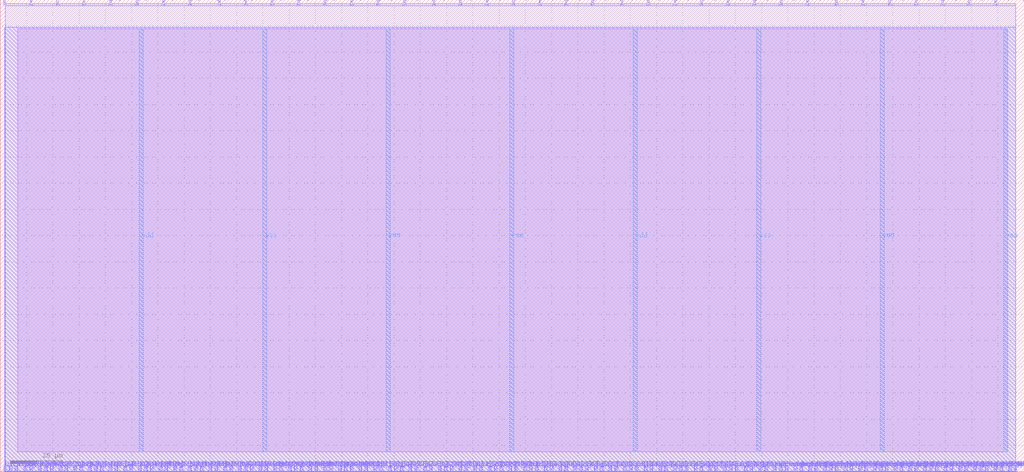
<source format=lef>
VERSION 5.7 ;
  NOWIREEXTENSIONATPIN ON ;
  DIVIDERCHAR "/" ;
  BUSBITCHARS "[]" ;
MACRO N_term_single
  CLASS BLOCK ;
  FOREIGN N_term_single ;
  ORIGIN 0.000 0.000 ;
  SIZE 390.000 BY 180.000 ;
  PIN Ci
    DIRECTION INPUT ;
    USE SIGNAL ;
    PORT
      LAYER Metal2 ;
        RECT 142.520 0.000 143.080 2.000 ;
    END
  END Ci
  PIN FrameStrobe[0]
    DIRECTION INPUT ;
    USE SIGNAL ;
    PORT
      LAYER Metal2 ;
        RECT 291.480 0.000 292.040 2.000 ;
    END
  END FrameStrobe[0]
  PIN FrameStrobe[10]
    DIRECTION INPUT ;
    USE SIGNAL ;
    PORT
      LAYER Metal2 ;
        RECT 318.360 0.000 318.920 2.000 ;
    END
  END FrameStrobe[10]
  PIN FrameStrobe[11]
    DIRECTION INPUT ;
    USE SIGNAL ;
    PORT
      LAYER Metal2 ;
        RECT 321.720 0.000 322.280 2.000 ;
    END
  END FrameStrobe[11]
  PIN FrameStrobe[12]
    DIRECTION INPUT ;
    USE SIGNAL ;
    PORT
      LAYER Metal2 ;
        RECT 323.960 0.000 324.520 2.000 ;
    END
  END FrameStrobe[12]
  PIN FrameStrobe[13]
    DIRECTION INPUT ;
    USE SIGNAL ;
    PORT
      LAYER Metal2 ;
        RECT 327.320 0.000 327.880 2.000 ;
    END
  END FrameStrobe[13]
  PIN FrameStrobe[14]
    DIRECTION INPUT ;
    USE SIGNAL ;
    PORT
      LAYER Metal2 ;
        RECT 329.560 0.000 330.120 2.000 ;
    END
  END FrameStrobe[14]
  PIN FrameStrobe[15]
    DIRECTION INPUT ;
    USE SIGNAL ;
    PORT
      LAYER Metal2 ;
        RECT 332.920 0.000 333.480 2.000 ;
    END
  END FrameStrobe[15]
  PIN FrameStrobe[16]
    DIRECTION INPUT ;
    USE SIGNAL ;
    PORT
      LAYER Metal2 ;
        RECT 335.160 0.000 335.720 2.000 ;
    END
  END FrameStrobe[16]
  PIN FrameStrobe[17]
    DIRECTION INPUT ;
    USE SIGNAL ;
    PORT
      LAYER Metal2 ;
        RECT 337.400 0.000 337.960 2.000 ;
    END
  END FrameStrobe[17]
  PIN FrameStrobe[18]
    DIRECTION INPUT ;
    USE SIGNAL ;
    PORT
      LAYER Metal2 ;
        RECT 340.760 0.000 341.320 2.000 ;
    END
  END FrameStrobe[18]
  PIN FrameStrobe[19]
    DIRECTION INPUT ;
    USE SIGNAL ;
    PORT
      LAYER Metal2 ;
        RECT 343.000 0.000 343.560 2.000 ;
    END
  END FrameStrobe[19]
  PIN FrameStrobe[1]
    DIRECTION INPUT ;
    USE SIGNAL ;
    PORT
      LAYER Metal2 ;
        RECT 294.840 0.000 295.400 2.000 ;
    END
  END FrameStrobe[1]
  PIN FrameStrobe[20]
    DIRECTION INPUT ;
    USE SIGNAL ;
    PORT
      LAYER Metal2 ;
        RECT 346.360 0.000 346.920 2.000 ;
    END
  END FrameStrobe[20]
  PIN FrameStrobe[21]
    DIRECTION INPUT ;
    USE SIGNAL ;
    PORT
      LAYER Metal2 ;
        RECT 348.600 0.000 349.160 2.000 ;
    END
  END FrameStrobe[21]
  PIN FrameStrobe[22]
    DIRECTION INPUT ;
    USE SIGNAL ;
    PORT
      LAYER Metal2 ;
        RECT 351.960 0.000 352.520 2.000 ;
    END
  END FrameStrobe[22]
  PIN FrameStrobe[23]
    DIRECTION INPUT ;
    USE SIGNAL ;
    PORT
      LAYER Metal2 ;
        RECT 354.200 0.000 354.760 2.000 ;
    END
  END FrameStrobe[23]
  PIN FrameStrobe[24]
    DIRECTION INPUT ;
    USE SIGNAL ;
    PORT
      LAYER Metal2 ;
        RECT 356.440 0.000 357.000 2.000 ;
    END
  END FrameStrobe[24]
  PIN FrameStrobe[25]
    DIRECTION INPUT ;
    USE SIGNAL ;
    PORT
      LAYER Metal2 ;
        RECT 359.800 0.000 360.360 2.000 ;
    END
  END FrameStrobe[25]
  PIN FrameStrobe[26]
    DIRECTION INPUT ;
    USE SIGNAL ;
    PORT
      LAYER Metal2 ;
        RECT 362.040 0.000 362.600 2.000 ;
    END
  END FrameStrobe[26]
  PIN FrameStrobe[27]
    DIRECTION INPUT ;
    USE SIGNAL ;
    PORT
      LAYER Metal2 ;
        RECT 365.400 0.000 365.960 2.000 ;
    END
  END FrameStrobe[27]
  PIN FrameStrobe[28]
    DIRECTION INPUT ;
    USE SIGNAL ;
    PORT
      LAYER Metal2 ;
        RECT 367.640 0.000 368.200 2.000 ;
    END
  END FrameStrobe[28]
  PIN FrameStrobe[29]
    DIRECTION INPUT ;
    USE SIGNAL ;
    PORT
      LAYER Metal2 ;
        RECT 371.000 0.000 371.560 2.000 ;
    END
  END FrameStrobe[29]
  PIN FrameStrobe[2]
    DIRECTION INPUT ;
    USE SIGNAL ;
    PORT
      LAYER Metal2 ;
        RECT 297.080 0.000 297.640 2.000 ;
    END
  END FrameStrobe[2]
  PIN FrameStrobe[30]
    DIRECTION INPUT ;
    USE SIGNAL ;
    PORT
      LAYER Metal2 ;
        RECT 373.240 0.000 373.800 2.000 ;
    END
  END FrameStrobe[30]
  PIN FrameStrobe[31]
    DIRECTION INPUT ;
    USE SIGNAL ;
    PORT
      LAYER Metal2 ;
        RECT 375.480 0.000 376.040 2.000 ;
    END
  END FrameStrobe[31]
  PIN FrameStrobe[32]
    DIRECTION INPUT ;
    USE SIGNAL ;
    PORT
      LAYER Metal2 ;
        RECT 378.840 0.000 379.400 2.000 ;
    END
  END FrameStrobe[32]
  PIN FrameStrobe[33]
    DIRECTION INPUT ;
    USE SIGNAL ;
    PORT
      LAYER Metal2 ;
        RECT 381.080 0.000 381.640 2.000 ;
    END
  END FrameStrobe[33]
  PIN FrameStrobe[34]
    DIRECTION INPUT ;
    USE SIGNAL ;
    PORT
      LAYER Metal2 ;
        RECT 384.440 0.000 385.000 2.000 ;
    END
  END FrameStrobe[34]
  PIN FrameStrobe[35]
    DIRECTION INPUT ;
    USE SIGNAL ;
    PORT
      LAYER Metal2 ;
        RECT 386.680 0.000 387.240 2.000 ;
    END
  END FrameStrobe[35]
  PIN FrameStrobe[3]
    DIRECTION INPUT ;
    USE SIGNAL ;
    PORT
      LAYER Metal2 ;
        RECT 299.320 0.000 299.880 2.000 ;
    END
  END FrameStrobe[3]
  PIN FrameStrobe[4]
    DIRECTION INPUT ;
    USE SIGNAL ;
    PORT
      LAYER Metal2 ;
        RECT 302.680 0.000 303.240 2.000 ;
    END
  END FrameStrobe[4]
  PIN FrameStrobe[5]
    DIRECTION INPUT ;
    USE SIGNAL ;
    PORT
      LAYER Metal2 ;
        RECT 304.920 0.000 305.480 2.000 ;
    END
  END FrameStrobe[5]
  PIN FrameStrobe[6]
    DIRECTION INPUT ;
    USE SIGNAL ;
    PORT
      LAYER Metal2 ;
        RECT 308.280 0.000 308.840 2.000 ;
    END
  END FrameStrobe[6]
  PIN FrameStrobe[7]
    DIRECTION INPUT ;
    USE SIGNAL ;
    PORT
      LAYER Metal2 ;
        RECT 310.520 0.000 311.080 2.000 ;
    END
  END FrameStrobe[7]
  PIN FrameStrobe[8]
    DIRECTION INPUT ;
    USE SIGNAL ;
    PORT
      LAYER Metal2 ;
        RECT 313.880 0.000 314.440 2.000 ;
    END
  END FrameStrobe[8]
  PIN FrameStrobe[9]
    DIRECTION INPUT ;
    USE SIGNAL ;
    PORT
      LAYER Metal2 ;
        RECT 316.120 0.000 316.680 2.000 ;
    END
  END FrameStrobe[9]
  PIN FrameStrobe_O[0]
    DIRECTION OUTPUT TRISTATE ;
    USE SIGNAL ;
    PORT
      LAYER Metal2 ;
        RECT 21.560 178.000 22.120 180.000 ;
    END
  END FrameStrobe_O[0]
  PIN FrameStrobe_O[10]
    DIRECTION OUTPUT TRISTATE ;
    USE SIGNAL ;
    PORT
      LAYER Metal2 ;
        RECT 123.480 178.000 124.040 180.000 ;
    END
  END FrameStrobe_O[10]
  PIN FrameStrobe_O[11]
    DIRECTION OUTPUT TRISTATE ;
    USE SIGNAL ;
    PORT
      LAYER Metal2 ;
        RECT 133.560 178.000 134.120 180.000 ;
    END
  END FrameStrobe_O[11]
  PIN FrameStrobe_O[12]
    DIRECTION OUTPUT TRISTATE ;
    USE SIGNAL ;
    PORT
      LAYER Metal2 ;
        RECT 143.640 178.000 144.200 180.000 ;
    END
  END FrameStrobe_O[12]
  PIN FrameStrobe_O[13]
    DIRECTION OUTPUT TRISTATE ;
    USE SIGNAL ;
    PORT
      LAYER Metal2 ;
        RECT 153.720 178.000 154.280 180.000 ;
    END
  END FrameStrobe_O[13]
  PIN FrameStrobe_O[14]
    DIRECTION OUTPUT TRISTATE ;
    USE SIGNAL ;
    PORT
      LAYER Metal2 ;
        RECT 164.920 178.000 165.480 180.000 ;
    END
  END FrameStrobe_O[14]
  PIN FrameStrobe_O[15]
    DIRECTION OUTPUT TRISTATE ;
    USE SIGNAL ;
    PORT
      LAYER Metal2 ;
        RECT 175.000 178.000 175.560 180.000 ;
    END
  END FrameStrobe_O[15]
  PIN FrameStrobe_O[16]
    DIRECTION OUTPUT TRISTATE ;
    USE SIGNAL ;
    PORT
      LAYER Metal2 ;
        RECT 185.080 178.000 185.640 180.000 ;
    END
  END FrameStrobe_O[16]
  PIN FrameStrobe_O[17]
    DIRECTION OUTPUT TRISTATE ;
    USE SIGNAL ;
    PORT
      LAYER Metal2 ;
        RECT 195.160 178.000 195.720 180.000 ;
    END
  END FrameStrobe_O[17]
  PIN FrameStrobe_O[18]
    DIRECTION OUTPUT TRISTATE ;
    USE SIGNAL ;
    PORT
      LAYER Metal2 ;
        RECT 205.240 178.000 205.800 180.000 ;
    END
  END FrameStrobe_O[18]
  PIN FrameStrobe_O[19]
    DIRECTION OUTPUT TRISTATE ;
    USE SIGNAL ;
    PORT
      LAYER Metal2 ;
        RECT 215.320 178.000 215.880 180.000 ;
    END
  END FrameStrobe_O[19]
  PIN FrameStrobe_O[1]
    DIRECTION OUTPUT TRISTATE ;
    USE SIGNAL ;
    PORT
      LAYER Metal2 ;
        RECT 31.640 178.000 32.200 180.000 ;
    END
  END FrameStrobe_O[1]
  PIN FrameStrobe_O[20]
    DIRECTION OUTPUT TRISTATE ;
    USE SIGNAL ;
    PORT
      LAYER Metal2 ;
        RECT 225.400 178.000 225.960 180.000 ;
    END
  END FrameStrobe_O[20]
  PIN FrameStrobe_O[21]
    DIRECTION OUTPUT TRISTATE ;
    USE SIGNAL ;
    PORT
      LAYER Metal2 ;
        RECT 236.600 178.000 237.160 180.000 ;
    END
  END FrameStrobe_O[21]
  PIN FrameStrobe_O[22]
    DIRECTION OUTPUT TRISTATE ;
    USE SIGNAL ;
    PORT
      LAYER Metal2 ;
        RECT 246.680 178.000 247.240 180.000 ;
    END
  END FrameStrobe_O[22]
  PIN FrameStrobe_O[23]
    DIRECTION OUTPUT TRISTATE ;
    USE SIGNAL ;
    PORT
      LAYER Metal2 ;
        RECT 256.760 178.000 257.320 180.000 ;
    END
  END FrameStrobe_O[23]
  PIN FrameStrobe_O[24]
    DIRECTION OUTPUT TRISTATE ;
    USE SIGNAL ;
    PORT
      LAYER Metal2 ;
        RECT 266.840 178.000 267.400 180.000 ;
    END
  END FrameStrobe_O[24]
  PIN FrameStrobe_O[25]
    DIRECTION OUTPUT TRISTATE ;
    USE SIGNAL ;
    PORT
      LAYER Metal2 ;
        RECT 276.920 178.000 277.480 180.000 ;
    END
  END FrameStrobe_O[25]
  PIN FrameStrobe_O[26]
    DIRECTION OUTPUT TRISTATE ;
    USE SIGNAL ;
    PORT
      LAYER Metal2 ;
        RECT 287.000 178.000 287.560 180.000 ;
    END
  END FrameStrobe_O[26]
  PIN FrameStrobe_O[27]
    DIRECTION OUTPUT TRISTATE ;
    USE SIGNAL ;
    PORT
      LAYER Metal2 ;
        RECT 297.080 178.000 297.640 180.000 ;
    END
  END FrameStrobe_O[27]
  PIN FrameStrobe_O[28]
    DIRECTION OUTPUT TRISTATE ;
    USE SIGNAL ;
    PORT
      LAYER Metal2 ;
        RECT 307.160 178.000 307.720 180.000 ;
    END
  END FrameStrobe_O[28]
  PIN FrameStrobe_O[29]
    DIRECTION OUTPUT TRISTATE ;
    USE SIGNAL ;
    PORT
      LAYER Metal2 ;
        RECT 318.360 178.000 318.920 180.000 ;
    END
  END FrameStrobe_O[29]
  PIN FrameStrobe_O[2]
    DIRECTION OUTPUT TRISTATE ;
    USE SIGNAL ;
    PORT
      LAYER Metal2 ;
        RECT 41.720 178.000 42.280 180.000 ;
    END
  END FrameStrobe_O[2]
  PIN FrameStrobe_O[30]
    DIRECTION OUTPUT TRISTATE ;
    USE SIGNAL ;
    PORT
      LAYER Metal2 ;
        RECT 328.440 178.000 329.000 180.000 ;
    END
  END FrameStrobe_O[30]
  PIN FrameStrobe_O[31]
    DIRECTION OUTPUT TRISTATE ;
    USE SIGNAL ;
    PORT
      LAYER Metal2 ;
        RECT 338.520 178.000 339.080 180.000 ;
    END
  END FrameStrobe_O[31]
  PIN FrameStrobe_O[32]
    DIRECTION OUTPUT TRISTATE ;
    USE SIGNAL ;
    PORT
      LAYER Metal2 ;
        RECT 348.600 178.000 349.160 180.000 ;
    END
  END FrameStrobe_O[32]
  PIN FrameStrobe_O[33]
    DIRECTION OUTPUT TRISTATE ;
    USE SIGNAL ;
    PORT
      LAYER Metal2 ;
        RECT 358.680 178.000 359.240 180.000 ;
    END
  END FrameStrobe_O[33]
  PIN FrameStrobe_O[34]
    DIRECTION OUTPUT TRISTATE ;
    USE SIGNAL ;
    PORT
      LAYER Metal2 ;
        RECT 368.760 178.000 369.320 180.000 ;
    END
  END FrameStrobe_O[34]
  PIN FrameStrobe_O[35]
    DIRECTION OUTPUT TRISTATE ;
    USE SIGNAL ;
    PORT
      LAYER Metal2 ;
        RECT 378.840 178.000 379.400 180.000 ;
    END
  END FrameStrobe_O[35]
  PIN FrameStrobe_O[3]
    DIRECTION OUTPUT TRISTATE ;
    USE SIGNAL ;
    PORT
      LAYER Metal2 ;
        RECT 51.800 178.000 52.360 180.000 ;
    END
  END FrameStrobe_O[3]
  PIN FrameStrobe_O[4]
    DIRECTION OUTPUT TRISTATE ;
    USE SIGNAL ;
    PORT
      LAYER Metal2 ;
        RECT 61.880 178.000 62.440 180.000 ;
    END
  END FrameStrobe_O[4]
  PIN FrameStrobe_O[5]
    DIRECTION OUTPUT TRISTATE ;
    USE SIGNAL ;
    PORT
      LAYER Metal2 ;
        RECT 71.960 178.000 72.520 180.000 ;
    END
  END FrameStrobe_O[5]
  PIN FrameStrobe_O[6]
    DIRECTION OUTPUT TRISTATE ;
    USE SIGNAL ;
    PORT
      LAYER Metal2 ;
        RECT 83.160 178.000 83.720 180.000 ;
    END
  END FrameStrobe_O[6]
  PIN FrameStrobe_O[7]
    DIRECTION OUTPUT TRISTATE ;
    USE SIGNAL ;
    PORT
      LAYER Metal2 ;
        RECT 93.240 178.000 93.800 180.000 ;
    END
  END FrameStrobe_O[7]
  PIN FrameStrobe_O[8]
    DIRECTION OUTPUT TRISTATE ;
    USE SIGNAL ;
    PORT
      LAYER Metal2 ;
        RECT 103.320 178.000 103.880 180.000 ;
    END
  END FrameStrobe_O[8]
  PIN FrameStrobe_O[9]
    DIRECTION OUTPUT TRISTATE ;
    USE SIGNAL ;
    PORT
      LAYER Metal2 ;
        RECT 113.400 178.000 113.960 180.000 ;
    END
  END FrameStrobe_O[9]
  PIN N1END[0]
    DIRECTION INPUT ;
    USE SIGNAL ;
    PORT
      LAYER Metal2 ;
        RECT 1.400 0.000 1.960 2.000 ;
    END
  END N1END[0]
  PIN N1END[1]
    DIRECTION INPUT ;
    USE SIGNAL ;
    PORT
      LAYER Metal2 ;
        RECT 3.640 0.000 4.200 2.000 ;
    END
  END N1END[1]
  PIN N1END[2]
    DIRECTION INPUT ;
    USE SIGNAL ;
    PORT
      LAYER Metal2 ;
        RECT 5.880 0.000 6.440 2.000 ;
    END
  END N1END[2]
  PIN N1END[3]
    DIRECTION INPUT ;
    USE SIGNAL ;
    PORT
      LAYER Metal2 ;
        RECT 9.240 0.000 9.800 2.000 ;
    END
  END N1END[3]
  PIN N2END[0]
    DIRECTION INPUT ;
    USE SIGNAL ;
    PORT
      LAYER Metal2 ;
        RECT 33.880 0.000 34.440 2.000 ;
    END
  END N2END[0]
  PIN N2END[1]
    DIRECTION INPUT ;
    USE SIGNAL ;
    PORT
      LAYER Metal2 ;
        RECT 36.120 0.000 36.680 2.000 ;
    END
  END N2END[1]
  PIN N2END[2]
    DIRECTION INPUT ;
    USE SIGNAL ;
    PORT
      LAYER Metal2 ;
        RECT 38.360 0.000 38.920 2.000 ;
    END
  END N2END[2]
  PIN N2END[3]
    DIRECTION INPUT ;
    USE SIGNAL ;
    PORT
      LAYER Metal2 ;
        RECT 41.720 0.000 42.280 2.000 ;
    END
  END N2END[3]
  PIN N2END[4]
    DIRECTION INPUT ;
    USE SIGNAL ;
    PORT
      LAYER Metal2 ;
        RECT 43.960 0.000 44.520 2.000 ;
    END
  END N2END[4]
  PIN N2END[5]
    DIRECTION INPUT ;
    USE SIGNAL ;
    PORT
      LAYER Metal2 ;
        RECT 47.320 0.000 47.880 2.000 ;
    END
  END N2END[5]
  PIN N2END[6]
    DIRECTION INPUT ;
    USE SIGNAL ;
    PORT
      LAYER Metal2 ;
        RECT 49.560 0.000 50.120 2.000 ;
    END
  END N2END[6]
  PIN N2END[7]
    DIRECTION INPUT ;
    USE SIGNAL ;
    PORT
      LAYER Metal2 ;
        RECT 52.920 0.000 53.480 2.000 ;
    END
  END N2END[7]
  PIN N2MID[0]
    DIRECTION INPUT ;
    USE SIGNAL ;
    PORT
      LAYER Metal2 ;
        RECT 11.480 0.000 12.040 2.000 ;
    END
  END N2MID[0]
  PIN N2MID[1]
    DIRECTION INPUT ;
    USE SIGNAL ;
    PORT
      LAYER Metal2 ;
        RECT 14.840 0.000 15.400 2.000 ;
    END
  END N2MID[1]
  PIN N2MID[2]
    DIRECTION INPUT ;
    USE SIGNAL ;
    PORT
      LAYER Metal2 ;
        RECT 17.080 0.000 17.640 2.000 ;
    END
  END N2MID[2]
  PIN N2MID[3]
    DIRECTION INPUT ;
    USE SIGNAL ;
    PORT
      LAYER Metal2 ;
        RECT 19.320 0.000 19.880 2.000 ;
    END
  END N2MID[3]
  PIN N2MID[4]
    DIRECTION INPUT ;
    USE SIGNAL ;
    PORT
      LAYER Metal2 ;
        RECT 22.680 0.000 23.240 2.000 ;
    END
  END N2MID[4]
  PIN N2MID[5]
    DIRECTION INPUT ;
    USE SIGNAL ;
    PORT
      LAYER Metal2 ;
        RECT 24.920 0.000 25.480 2.000 ;
    END
  END N2MID[5]
  PIN N2MID[6]
    DIRECTION INPUT ;
    USE SIGNAL ;
    PORT
      LAYER Metal2 ;
        RECT 28.280 0.000 28.840 2.000 ;
    END
  END N2MID[6]
  PIN N2MID[7]
    DIRECTION INPUT ;
    USE SIGNAL ;
    PORT
      LAYER Metal2 ;
        RECT 30.520 0.000 31.080 2.000 ;
    END
  END N2MID[7]
  PIN N4END[0]
    DIRECTION INPUT ;
    USE SIGNAL ;
    PORT
      LAYER Metal2 ;
        RECT 55.160 0.000 55.720 2.000 ;
    END
  END N4END[0]
  PIN N4END[10]
    DIRECTION INPUT ;
    USE SIGNAL ;
    PORT
      LAYER Metal2 ;
        RECT 82.040 0.000 82.600 2.000 ;
    END
  END N4END[10]
  PIN N4END[11]
    DIRECTION INPUT ;
    USE SIGNAL ;
    PORT
      LAYER Metal2 ;
        RECT 85.400 0.000 85.960 2.000 ;
    END
  END N4END[11]
  PIN N4END[12]
    DIRECTION INPUT ;
    USE SIGNAL ;
    PORT
      LAYER Metal2 ;
        RECT 87.640 0.000 88.200 2.000 ;
    END
  END N4END[12]
  PIN N4END[13]
    DIRECTION INPUT ;
    USE SIGNAL ;
    PORT
      LAYER Metal2 ;
        RECT 91.000 0.000 91.560 2.000 ;
    END
  END N4END[13]
  PIN N4END[14]
    DIRECTION INPUT ;
    USE SIGNAL ;
    PORT
      LAYER Metal2 ;
        RECT 93.240 0.000 93.800 2.000 ;
    END
  END N4END[14]
  PIN N4END[15]
    DIRECTION INPUT ;
    USE SIGNAL ;
    PORT
      LAYER Metal2 ;
        RECT 95.480 0.000 96.040 2.000 ;
    END
  END N4END[15]
  PIN N4END[1]
    DIRECTION INPUT ;
    USE SIGNAL ;
    PORT
      LAYER Metal2 ;
        RECT 57.400 0.000 57.960 2.000 ;
    END
  END N4END[1]
  PIN N4END[2]
    DIRECTION INPUT ;
    USE SIGNAL ;
    PORT
      LAYER Metal2 ;
        RECT 60.760 0.000 61.320 2.000 ;
    END
  END N4END[2]
  PIN N4END[3]
    DIRECTION INPUT ;
    USE SIGNAL ;
    PORT
      LAYER Metal2 ;
        RECT 63.000 0.000 63.560 2.000 ;
    END
  END N4END[3]
  PIN N4END[4]
    DIRECTION INPUT ;
    USE SIGNAL ;
    PORT
      LAYER Metal2 ;
        RECT 66.360 0.000 66.920 2.000 ;
    END
  END N4END[4]
  PIN N4END[5]
    DIRECTION INPUT ;
    USE SIGNAL ;
    PORT
      LAYER Metal2 ;
        RECT 68.600 0.000 69.160 2.000 ;
    END
  END N4END[5]
  PIN N4END[6]
    DIRECTION INPUT ;
    USE SIGNAL ;
    PORT
      LAYER Metal2 ;
        RECT 71.960 0.000 72.520 2.000 ;
    END
  END N4END[6]
  PIN N4END[7]
    DIRECTION INPUT ;
    USE SIGNAL ;
    PORT
      LAYER Metal2 ;
        RECT 74.200 0.000 74.760 2.000 ;
    END
  END N4END[7]
  PIN N4END[8]
    DIRECTION INPUT ;
    USE SIGNAL ;
    PORT
      LAYER Metal2 ;
        RECT 76.440 0.000 77.000 2.000 ;
    END
  END N4END[8]
  PIN N4END[9]
    DIRECTION INPUT ;
    USE SIGNAL ;
    PORT
      LAYER Metal2 ;
        RECT 79.800 0.000 80.360 2.000 ;
    END
  END N4END[9]
  PIN NN4END[0]
    DIRECTION INPUT ;
    USE SIGNAL ;
    PORT
      LAYER Metal2 ;
        RECT 98.840 0.000 99.400 2.000 ;
    END
  END NN4END[0]
  PIN NN4END[10]
    DIRECTION INPUT ;
    USE SIGNAL ;
    PORT
      LAYER Metal2 ;
        RECT 125.720 0.000 126.280 2.000 ;
    END
  END NN4END[10]
  PIN NN4END[11]
    DIRECTION INPUT ;
    USE SIGNAL ;
    PORT
      LAYER Metal2 ;
        RECT 129.080 0.000 129.640 2.000 ;
    END
  END NN4END[11]
  PIN NN4END[12]
    DIRECTION INPUT ;
    USE SIGNAL ;
    PORT
      LAYER Metal2 ;
        RECT 131.320 0.000 131.880 2.000 ;
    END
  END NN4END[12]
  PIN NN4END[13]
    DIRECTION INPUT ;
    USE SIGNAL ;
    PORT
      LAYER Metal2 ;
        RECT 133.560 0.000 134.120 2.000 ;
    END
  END NN4END[13]
  PIN NN4END[14]
    DIRECTION INPUT ;
    USE SIGNAL ;
    PORT
      LAYER Metal2 ;
        RECT 136.920 0.000 137.480 2.000 ;
    END
  END NN4END[14]
  PIN NN4END[15]
    DIRECTION INPUT ;
    USE SIGNAL ;
    PORT
      LAYER Metal2 ;
        RECT 139.160 0.000 139.720 2.000 ;
    END
  END NN4END[15]
  PIN NN4END[1]
    DIRECTION INPUT ;
    USE SIGNAL ;
    PORT
      LAYER Metal2 ;
        RECT 101.080 0.000 101.640 2.000 ;
    END
  END NN4END[1]
  PIN NN4END[2]
    DIRECTION INPUT ;
    USE SIGNAL ;
    PORT
      LAYER Metal2 ;
        RECT 104.440 0.000 105.000 2.000 ;
    END
  END NN4END[2]
  PIN NN4END[3]
    DIRECTION INPUT ;
    USE SIGNAL ;
    PORT
      LAYER Metal2 ;
        RECT 106.680 0.000 107.240 2.000 ;
    END
  END NN4END[3]
  PIN NN4END[4]
    DIRECTION INPUT ;
    USE SIGNAL ;
    PORT
      LAYER Metal2 ;
        RECT 110.040 0.000 110.600 2.000 ;
    END
  END NN4END[4]
  PIN NN4END[5]
    DIRECTION INPUT ;
    USE SIGNAL ;
    PORT
      LAYER Metal2 ;
        RECT 112.280 0.000 112.840 2.000 ;
    END
  END NN4END[5]
  PIN NN4END[6]
    DIRECTION INPUT ;
    USE SIGNAL ;
    PORT
      LAYER Metal2 ;
        RECT 114.520 0.000 115.080 2.000 ;
    END
  END NN4END[6]
  PIN NN4END[7]
    DIRECTION INPUT ;
    USE SIGNAL ;
    PORT
      LAYER Metal2 ;
        RECT 117.880 0.000 118.440 2.000 ;
    END
  END NN4END[7]
  PIN NN4END[8]
    DIRECTION INPUT ;
    USE SIGNAL ;
    PORT
      LAYER Metal2 ;
        RECT 120.120 0.000 120.680 2.000 ;
    END
  END NN4END[8]
  PIN NN4END[9]
    DIRECTION INPUT ;
    USE SIGNAL ;
    PORT
      LAYER Metal2 ;
        RECT 123.480 0.000 124.040 2.000 ;
    END
  END NN4END[9]
  PIN OutputEnable
    DIRECTION INPUT ;
    USE SIGNAL ;
    PORT
      LAYER Metal2 ;
        RECT 289.240 0.000 289.800 2.000 ;
    END
  END OutputEnable
  PIN OutputEnable_O
    DIRECTION OUTPUT TRISTATE ;
    USE SIGNAL ;
    PORT
      LAYER Metal2 ;
        RECT 11.480 178.000 12.040 180.000 ;
    END
  END OutputEnable_O
  PIN S1BEG[0]
    DIRECTION OUTPUT TRISTATE ;
    USE SIGNAL ;
    PORT
      LAYER Metal2 ;
        RECT 144.760 0.000 145.320 2.000 ;
    END
  END S1BEG[0]
  PIN S1BEG[1]
    DIRECTION OUTPUT TRISTATE ;
    USE SIGNAL ;
    PORT
      LAYER Metal2 ;
        RECT 148.120 0.000 148.680 2.000 ;
    END
  END S1BEG[1]
  PIN S1BEG[2]
    DIRECTION OUTPUT TRISTATE ;
    USE SIGNAL ;
    PORT
      LAYER Metal2 ;
        RECT 150.360 0.000 150.920 2.000 ;
    END
  END S1BEG[2]
  PIN S1BEG[3]
    DIRECTION OUTPUT TRISTATE ;
    USE SIGNAL ;
    PORT
      LAYER Metal2 ;
        RECT 152.600 0.000 153.160 2.000 ;
    END
  END S1BEG[3]
  PIN S2BEG[0]
    DIRECTION OUTPUT TRISTATE ;
    USE SIGNAL ;
    PORT
      LAYER Metal2 ;
        RECT 155.960 0.000 156.520 2.000 ;
    END
  END S2BEG[0]
  PIN S2BEG[1]
    DIRECTION OUTPUT TRISTATE ;
    USE SIGNAL ;
    PORT
      LAYER Metal2 ;
        RECT 158.200 0.000 158.760 2.000 ;
    END
  END S2BEG[1]
  PIN S2BEG[2]
    DIRECTION OUTPUT TRISTATE ;
    USE SIGNAL ;
    PORT
      LAYER Metal2 ;
        RECT 161.560 0.000 162.120 2.000 ;
    END
  END S2BEG[2]
  PIN S2BEG[3]
    DIRECTION OUTPUT TRISTATE ;
    USE SIGNAL ;
    PORT
      LAYER Metal2 ;
        RECT 163.800 0.000 164.360 2.000 ;
    END
  END S2BEG[3]
  PIN S2BEG[4]
    DIRECTION OUTPUT TRISTATE ;
    USE SIGNAL ;
    PORT
      LAYER Metal2 ;
        RECT 167.160 0.000 167.720 2.000 ;
    END
  END S2BEG[4]
  PIN S2BEG[5]
    DIRECTION OUTPUT TRISTATE ;
    USE SIGNAL ;
    PORT
      LAYER Metal2 ;
        RECT 169.400 0.000 169.960 2.000 ;
    END
  END S2BEG[5]
  PIN S2BEG[6]
    DIRECTION OUTPUT TRISTATE ;
    USE SIGNAL ;
    PORT
      LAYER Metal2 ;
        RECT 171.640 0.000 172.200 2.000 ;
    END
  END S2BEG[6]
  PIN S2BEG[7]
    DIRECTION OUTPUT TRISTATE ;
    USE SIGNAL ;
    PORT
      LAYER Metal2 ;
        RECT 175.000 0.000 175.560 2.000 ;
    END
  END S2BEG[7]
  PIN S2BEGb[0]
    DIRECTION OUTPUT TRISTATE ;
    USE SIGNAL ;
    PORT
      LAYER Metal2 ;
        RECT 177.240 0.000 177.800 2.000 ;
    END
  END S2BEGb[0]
  PIN S2BEGb[1]
    DIRECTION OUTPUT TRISTATE ;
    USE SIGNAL ;
    PORT
      LAYER Metal2 ;
        RECT 180.600 0.000 181.160 2.000 ;
    END
  END S2BEGb[1]
  PIN S2BEGb[2]
    DIRECTION OUTPUT TRISTATE ;
    USE SIGNAL ;
    PORT
      LAYER Metal2 ;
        RECT 182.840 0.000 183.400 2.000 ;
    END
  END S2BEGb[2]
  PIN S2BEGb[3]
    DIRECTION OUTPUT TRISTATE ;
    USE SIGNAL ;
    PORT
      LAYER Metal2 ;
        RECT 186.200 0.000 186.760 2.000 ;
    END
  END S2BEGb[3]
  PIN S2BEGb[4]
    DIRECTION OUTPUT TRISTATE ;
    USE SIGNAL ;
    PORT
      LAYER Metal2 ;
        RECT 188.440 0.000 189.000 2.000 ;
    END
  END S2BEGb[4]
  PIN S2BEGb[5]
    DIRECTION OUTPUT TRISTATE ;
    USE SIGNAL ;
    PORT
      LAYER Metal2 ;
        RECT 190.680 0.000 191.240 2.000 ;
    END
  END S2BEGb[5]
  PIN S2BEGb[6]
    DIRECTION OUTPUT TRISTATE ;
    USE SIGNAL ;
    PORT
      LAYER Metal2 ;
        RECT 194.040 0.000 194.600 2.000 ;
    END
  END S2BEGb[6]
  PIN S2BEGb[7]
    DIRECTION OUTPUT TRISTATE ;
    USE SIGNAL ;
    PORT
      LAYER Metal2 ;
        RECT 196.280 0.000 196.840 2.000 ;
    END
  END S2BEGb[7]
  PIN S4BEG[0]
    DIRECTION OUTPUT TRISTATE ;
    USE SIGNAL ;
    PORT
      LAYER Metal2 ;
        RECT 199.640 0.000 200.200 2.000 ;
    END
  END S4BEG[0]
  PIN S4BEG[10]
    DIRECTION OUTPUT TRISTATE ;
    USE SIGNAL ;
    PORT
      LAYER Metal2 ;
        RECT 226.520 0.000 227.080 2.000 ;
    END
  END S4BEG[10]
  PIN S4BEG[11]
    DIRECTION OUTPUT TRISTATE ;
    USE SIGNAL ;
    PORT
      LAYER Metal2 ;
        RECT 228.760 0.000 229.320 2.000 ;
    END
  END S4BEG[11]
  PIN S4BEG[12]
    DIRECTION OUTPUT TRISTATE ;
    USE SIGNAL ;
    PORT
      LAYER Metal2 ;
        RECT 232.120 0.000 232.680 2.000 ;
    END
  END S4BEG[12]
  PIN S4BEG[13]
    DIRECTION OUTPUT TRISTATE ;
    USE SIGNAL ;
    PORT
      LAYER Metal2 ;
        RECT 234.360 0.000 234.920 2.000 ;
    END
  END S4BEG[13]
  PIN S4BEG[14]
    DIRECTION OUTPUT TRISTATE ;
    USE SIGNAL ;
    PORT
      LAYER Metal2 ;
        RECT 237.720 0.000 238.280 2.000 ;
    END
  END S4BEG[14]
  PIN S4BEG[15]
    DIRECTION OUTPUT TRISTATE ;
    USE SIGNAL ;
    PORT
      LAYER Metal2 ;
        RECT 239.960 0.000 240.520 2.000 ;
    END
  END S4BEG[15]
  PIN S4BEG[1]
    DIRECTION OUTPUT TRISTATE ;
    USE SIGNAL ;
    PORT
      LAYER Metal2 ;
        RECT 201.880 0.000 202.440 2.000 ;
    END
  END S4BEG[1]
  PIN S4BEG[2]
    DIRECTION OUTPUT TRISTATE ;
    USE SIGNAL ;
    PORT
      LAYER Metal2 ;
        RECT 204.120 0.000 204.680 2.000 ;
    END
  END S4BEG[2]
  PIN S4BEG[3]
    DIRECTION OUTPUT TRISTATE ;
    USE SIGNAL ;
    PORT
      LAYER Metal2 ;
        RECT 207.480 0.000 208.040 2.000 ;
    END
  END S4BEG[3]
  PIN S4BEG[4]
    DIRECTION OUTPUT TRISTATE ;
    USE SIGNAL ;
    PORT
      LAYER Metal2 ;
        RECT 209.720 0.000 210.280 2.000 ;
    END
  END S4BEG[4]
  PIN S4BEG[5]
    DIRECTION OUTPUT TRISTATE ;
    USE SIGNAL ;
    PORT
      LAYER Metal2 ;
        RECT 213.080 0.000 213.640 2.000 ;
    END
  END S4BEG[5]
  PIN S4BEG[6]
    DIRECTION OUTPUT TRISTATE ;
    USE SIGNAL ;
    PORT
      LAYER Metal2 ;
        RECT 215.320 0.000 215.880 2.000 ;
    END
  END S4BEG[6]
  PIN S4BEG[7]
    DIRECTION OUTPUT TRISTATE ;
    USE SIGNAL ;
    PORT
      LAYER Metal2 ;
        RECT 218.680 0.000 219.240 2.000 ;
    END
  END S4BEG[7]
  PIN S4BEG[8]
    DIRECTION OUTPUT TRISTATE ;
    USE SIGNAL ;
    PORT
      LAYER Metal2 ;
        RECT 220.920 0.000 221.480 2.000 ;
    END
  END S4BEG[8]
  PIN S4BEG[9]
    DIRECTION OUTPUT TRISTATE ;
    USE SIGNAL ;
    PORT
      LAYER Metal2 ;
        RECT 223.160 0.000 223.720 2.000 ;
    END
  END S4BEG[9]
  PIN SS4BEG[0]
    DIRECTION OUTPUT TRISTATE ;
    USE SIGNAL ;
    PORT
      LAYER Metal2 ;
        RECT 242.200 0.000 242.760 2.000 ;
    END
  END SS4BEG[0]
  PIN SS4BEG[10]
    DIRECTION OUTPUT TRISTATE ;
    USE SIGNAL ;
    PORT
      LAYER Metal2 ;
        RECT 270.200 0.000 270.760 2.000 ;
    END
  END SS4BEG[10]
  PIN SS4BEG[11]
    DIRECTION OUTPUT TRISTATE ;
    USE SIGNAL ;
    PORT
      LAYER Metal2 ;
        RECT 272.440 0.000 273.000 2.000 ;
    END
  END SS4BEG[11]
  PIN SS4BEG[12]
    DIRECTION OUTPUT TRISTATE ;
    USE SIGNAL ;
    PORT
      LAYER Metal2 ;
        RECT 275.800 0.000 276.360 2.000 ;
    END
  END SS4BEG[12]
  PIN SS4BEG[13]
    DIRECTION OUTPUT TRISTATE ;
    USE SIGNAL ;
    PORT
      LAYER Metal2 ;
        RECT 278.040 0.000 278.600 2.000 ;
    END
  END SS4BEG[13]
  PIN SS4BEG[14]
    DIRECTION OUTPUT TRISTATE ;
    USE SIGNAL ;
    PORT
      LAYER Metal2 ;
        RECT 280.280 0.000 280.840 2.000 ;
    END
  END SS4BEG[14]
  PIN SS4BEG[15]
    DIRECTION OUTPUT TRISTATE ;
    USE SIGNAL ;
    PORT
      LAYER Metal2 ;
        RECT 283.640 0.000 284.200 2.000 ;
    END
  END SS4BEG[15]
  PIN SS4BEG[1]
    DIRECTION OUTPUT TRISTATE ;
    USE SIGNAL ;
    PORT
      LAYER Metal2 ;
        RECT 245.560 0.000 246.120 2.000 ;
    END
  END SS4BEG[1]
  PIN SS4BEG[2]
    DIRECTION OUTPUT TRISTATE ;
    USE SIGNAL ;
    PORT
      LAYER Metal2 ;
        RECT 247.800 0.000 248.360 2.000 ;
    END
  END SS4BEG[2]
  PIN SS4BEG[3]
    DIRECTION OUTPUT TRISTATE ;
    USE SIGNAL ;
    PORT
      LAYER Metal2 ;
        RECT 251.160 0.000 251.720 2.000 ;
    END
  END SS4BEG[3]
  PIN SS4BEG[4]
    DIRECTION OUTPUT TRISTATE ;
    USE SIGNAL ;
    PORT
      LAYER Metal2 ;
        RECT 253.400 0.000 253.960 2.000 ;
    END
  END SS4BEG[4]
  PIN SS4BEG[5]
    DIRECTION OUTPUT TRISTATE ;
    USE SIGNAL ;
    PORT
      LAYER Metal2 ;
        RECT 256.760 0.000 257.320 2.000 ;
    END
  END SS4BEG[5]
  PIN SS4BEG[6]
    DIRECTION OUTPUT TRISTATE ;
    USE SIGNAL ;
    PORT
      LAYER Metal2 ;
        RECT 259.000 0.000 259.560 2.000 ;
    END
  END SS4BEG[6]
  PIN SS4BEG[7]
    DIRECTION OUTPUT TRISTATE ;
    USE SIGNAL ;
    PORT
      LAYER Metal2 ;
        RECT 261.240 0.000 261.800 2.000 ;
    END
  END SS4BEG[7]
  PIN SS4BEG[8]
    DIRECTION OUTPUT TRISTATE ;
    USE SIGNAL ;
    PORT
      LAYER Metal2 ;
        RECT 264.600 0.000 265.160 2.000 ;
    END
  END SS4BEG[8]
  PIN SS4BEG[9]
    DIRECTION OUTPUT TRISTATE ;
    USE SIGNAL ;
    PORT
      LAYER Metal2 ;
        RECT 266.840 0.000 267.400 2.000 ;
    END
  END SS4BEG[9]
  PIN UserCLK
    DIRECTION INPUT ;
    USE SIGNAL ;
    PORT
      LAYER Metal2 ;
        RECT 285.880 0.000 286.440 2.000 ;
    END
  END UserCLK
  PIN UserCLKo
    DIRECTION OUTPUT TRISTATE ;
    USE SIGNAL ;
    PORT
      LAYER Metal2 ;
        RECT 1.400 178.000 1.960 180.000 ;
    END
  END UserCLKo
  PIN vdd
    DIRECTION INOUT ;
    USE POWER ;
    PORT
      LAYER Metal4 ;
        RECT 52.960 7.540 54.560 168.860 ;
    END
    PORT
      LAYER Metal4 ;
        RECT 147.040 7.540 148.640 168.860 ;
    END
    PORT
      LAYER Metal4 ;
        RECT 241.120 7.540 242.720 168.860 ;
    END
    PORT
      LAYER Metal4 ;
        RECT 335.200 7.540 336.800 168.860 ;
    END
  END vdd
  PIN vss
    DIRECTION INOUT ;
    USE GROUND ;
    PORT
      LAYER Metal4 ;
        RECT 100.000 7.540 101.600 168.860 ;
    END
    PORT
      LAYER Metal4 ;
        RECT 194.080 7.540 195.680 168.860 ;
    END
    PORT
      LAYER Metal4 ;
        RECT 288.160 7.540 289.760 168.860 ;
    END
    PORT
      LAYER Metal4 ;
        RECT 382.240 7.540 383.840 168.860 ;
    END
  END vss
  OBS
      LAYER Metal1 ;
        RECT 6.720 7.540 383.840 168.860 ;
      LAYER Metal2 ;
        RECT 2.260 177.700 11.180 178.500 ;
        RECT 12.340 177.700 21.260 178.500 ;
        RECT 22.420 177.700 31.340 178.500 ;
        RECT 32.500 177.700 41.420 178.500 ;
        RECT 42.580 177.700 51.500 178.500 ;
        RECT 52.660 177.700 61.580 178.500 ;
        RECT 62.740 177.700 71.660 178.500 ;
        RECT 72.820 177.700 82.860 178.500 ;
        RECT 84.020 177.700 92.940 178.500 ;
        RECT 94.100 177.700 103.020 178.500 ;
        RECT 104.180 177.700 113.100 178.500 ;
        RECT 114.260 177.700 123.180 178.500 ;
        RECT 124.340 177.700 133.260 178.500 ;
        RECT 134.420 177.700 143.340 178.500 ;
        RECT 144.500 177.700 153.420 178.500 ;
        RECT 154.580 177.700 164.620 178.500 ;
        RECT 165.780 177.700 174.700 178.500 ;
        RECT 175.860 177.700 184.780 178.500 ;
        RECT 185.940 177.700 194.860 178.500 ;
        RECT 196.020 177.700 204.940 178.500 ;
        RECT 206.100 177.700 215.020 178.500 ;
        RECT 216.180 177.700 225.100 178.500 ;
        RECT 226.260 177.700 236.300 178.500 ;
        RECT 237.460 177.700 246.380 178.500 ;
        RECT 247.540 177.700 256.460 178.500 ;
        RECT 257.620 177.700 266.540 178.500 ;
        RECT 267.700 177.700 276.620 178.500 ;
        RECT 277.780 177.700 286.700 178.500 ;
        RECT 287.860 177.700 296.780 178.500 ;
        RECT 297.940 177.700 306.860 178.500 ;
        RECT 308.020 177.700 318.060 178.500 ;
        RECT 319.220 177.700 328.140 178.500 ;
        RECT 329.300 177.700 338.220 178.500 ;
        RECT 339.380 177.700 348.300 178.500 ;
        RECT 349.460 177.700 358.380 178.500 ;
        RECT 359.540 177.700 368.460 178.500 ;
        RECT 369.620 177.700 378.540 178.500 ;
        RECT 379.700 177.700 386.820 178.500 ;
        RECT 1.820 2.300 386.820 177.700 ;
        RECT 2.260 0.090 3.340 2.300 ;
        RECT 4.500 0.090 5.580 2.300 ;
        RECT 6.740 0.090 8.940 2.300 ;
        RECT 10.100 0.090 11.180 2.300 ;
        RECT 12.340 0.090 14.540 2.300 ;
        RECT 15.700 0.090 16.780 2.300 ;
        RECT 17.940 0.090 19.020 2.300 ;
        RECT 20.180 0.090 22.380 2.300 ;
        RECT 23.540 0.090 24.620 2.300 ;
        RECT 25.780 0.090 27.980 2.300 ;
        RECT 29.140 0.090 30.220 2.300 ;
        RECT 31.380 0.090 33.580 2.300 ;
        RECT 34.740 0.090 35.820 2.300 ;
        RECT 36.980 0.090 38.060 2.300 ;
        RECT 39.220 0.090 41.420 2.300 ;
        RECT 42.580 0.090 43.660 2.300 ;
        RECT 44.820 0.090 47.020 2.300 ;
        RECT 48.180 0.090 49.260 2.300 ;
        RECT 50.420 0.090 52.620 2.300 ;
        RECT 53.780 0.090 54.860 2.300 ;
        RECT 56.020 0.090 57.100 2.300 ;
        RECT 58.260 0.090 60.460 2.300 ;
        RECT 61.620 0.090 62.700 2.300 ;
        RECT 63.860 0.090 66.060 2.300 ;
        RECT 67.220 0.090 68.300 2.300 ;
        RECT 69.460 0.090 71.660 2.300 ;
        RECT 72.820 0.090 73.900 2.300 ;
        RECT 75.060 0.090 76.140 2.300 ;
        RECT 77.300 0.090 79.500 2.300 ;
        RECT 80.660 0.090 81.740 2.300 ;
        RECT 82.900 0.090 85.100 2.300 ;
        RECT 86.260 0.090 87.340 2.300 ;
        RECT 88.500 0.090 90.700 2.300 ;
        RECT 91.860 0.090 92.940 2.300 ;
        RECT 94.100 0.090 95.180 2.300 ;
        RECT 96.340 0.090 98.540 2.300 ;
        RECT 99.700 0.090 100.780 2.300 ;
        RECT 101.940 0.090 104.140 2.300 ;
        RECT 105.300 0.090 106.380 2.300 ;
        RECT 107.540 0.090 109.740 2.300 ;
        RECT 110.900 0.090 111.980 2.300 ;
        RECT 113.140 0.090 114.220 2.300 ;
        RECT 115.380 0.090 117.580 2.300 ;
        RECT 118.740 0.090 119.820 2.300 ;
        RECT 120.980 0.090 123.180 2.300 ;
        RECT 124.340 0.090 125.420 2.300 ;
        RECT 126.580 0.090 128.780 2.300 ;
        RECT 129.940 0.090 131.020 2.300 ;
        RECT 132.180 0.090 133.260 2.300 ;
        RECT 134.420 0.090 136.620 2.300 ;
        RECT 137.780 0.090 138.860 2.300 ;
        RECT 140.020 0.090 142.220 2.300 ;
        RECT 143.380 0.090 144.460 2.300 ;
        RECT 145.620 0.090 147.820 2.300 ;
        RECT 148.980 0.090 150.060 2.300 ;
        RECT 151.220 0.090 152.300 2.300 ;
        RECT 153.460 0.090 155.660 2.300 ;
        RECT 156.820 0.090 157.900 2.300 ;
        RECT 159.060 0.090 161.260 2.300 ;
        RECT 162.420 0.090 163.500 2.300 ;
        RECT 164.660 0.090 166.860 2.300 ;
        RECT 168.020 0.090 169.100 2.300 ;
        RECT 170.260 0.090 171.340 2.300 ;
        RECT 172.500 0.090 174.700 2.300 ;
        RECT 175.860 0.090 176.940 2.300 ;
        RECT 178.100 0.090 180.300 2.300 ;
        RECT 181.460 0.090 182.540 2.300 ;
        RECT 183.700 0.090 185.900 2.300 ;
        RECT 187.060 0.090 188.140 2.300 ;
        RECT 189.300 0.090 190.380 2.300 ;
        RECT 191.540 0.090 193.740 2.300 ;
        RECT 194.900 0.090 195.980 2.300 ;
        RECT 197.140 0.090 199.340 2.300 ;
        RECT 200.500 0.090 201.580 2.300 ;
        RECT 202.740 0.090 203.820 2.300 ;
        RECT 204.980 0.090 207.180 2.300 ;
        RECT 208.340 0.090 209.420 2.300 ;
        RECT 210.580 0.090 212.780 2.300 ;
        RECT 213.940 0.090 215.020 2.300 ;
        RECT 216.180 0.090 218.380 2.300 ;
        RECT 219.540 0.090 220.620 2.300 ;
        RECT 221.780 0.090 222.860 2.300 ;
        RECT 224.020 0.090 226.220 2.300 ;
        RECT 227.380 0.090 228.460 2.300 ;
        RECT 229.620 0.090 231.820 2.300 ;
        RECT 232.980 0.090 234.060 2.300 ;
        RECT 235.220 0.090 237.420 2.300 ;
        RECT 238.580 0.090 239.660 2.300 ;
        RECT 240.820 0.090 241.900 2.300 ;
        RECT 243.060 0.090 245.260 2.300 ;
        RECT 246.420 0.090 247.500 2.300 ;
        RECT 248.660 0.090 250.860 2.300 ;
        RECT 252.020 0.090 253.100 2.300 ;
        RECT 254.260 0.090 256.460 2.300 ;
        RECT 257.620 0.090 258.700 2.300 ;
        RECT 259.860 0.090 260.940 2.300 ;
        RECT 262.100 0.090 264.300 2.300 ;
        RECT 265.460 0.090 266.540 2.300 ;
        RECT 267.700 0.090 269.900 2.300 ;
        RECT 271.060 0.090 272.140 2.300 ;
        RECT 273.300 0.090 275.500 2.300 ;
        RECT 276.660 0.090 277.740 2.300 ;
        RECT 278.900 0.090 279.980 2.300 ;
        RECT 281.140 0.090 283.340 2.300 ;
        RECT 284.500 0.090 285.580 2.300 ;
        RECT 286.740 0.090 288.940 2.300 ;
        RECT 290.100 0.090 291.180 2.300 ;
        RECT 292.340 0.090 294.540 2.300 ;
        RECT 295.700 0.090 296.780 2.300 ;
        RECT 297.940 0.090 299.020 2.300 ;
        RECT 300.180 0.090 302.380 2.300 ;
        RECT 303.540 0.090 304.620 2.300 ;
        RECT 305.780 0.090 307.980 2.300 ;
        RECT 309.140 0.090 310.220 2.300 ;
        RECT 311.380 0.090 313.580 2.300 ;
        RECT 314.740 0.090 315.820 2.300 ;
        RECT 316.980 0.090 318.060 2.300 ;
        RECT 319.220 0.090 321.420 2.300 ;
        RECT 322.580 0.090 323.660 2.300 ;
        RECT 324.820 0.090 327.020 2.300 ;
        RECT 328.180 0.090 329.260 2.300 ;
        RECT 330.420 0.090 332.620 2.300 ;
        RECT 333.780 0.090 334.860 2.300 ;
        RECT 336.020 0.090 337.100 2.300 ;
        RECT 338.260 0.090 340.460 2.300 ;
        RECT 341.620 0.090 342.700 2.300 ;
        RECT 343.860 0.090 346.060 2.300 ;
        RECT 347.220 0.090 348.300 2.300 ;
        RECT 349.460 0.090 351.660 2.300 ;
        RECT 352.820 0.090 353.900 2.300 ;
        RECT 355.060 0.090 356.140 2.300 ;
        RECT 357.300 0.090 359.500 2.300 ;
        RECT 360.660 0.090 361.740 2.300 ;
        RECT 362.900 0.090 365.100 2.300 ;
        RECT 366.260 0.090 367.340 2.300 ;
        RECT 368.500 0.090 370.700 2.300 ;
        RECT 371.860 0.090 372.940 2.300 ;
        RECT 374.100 0.090 375.180 2.300 ;
        RECT 376.340 0.090 378.540 2.300 ;
        RECT 379.700 0.090 380.780 2.300 ;
        RECT 381.940 0.090 384.140 2.300 ;
        RECT 385.300 0.090 386.380 2.300 ;
      LAYER Metal3 ;
        RECT 1.770 0.140 386.870 169.540 ;
  END
END N_term_single
END LIBRARY


</source>
